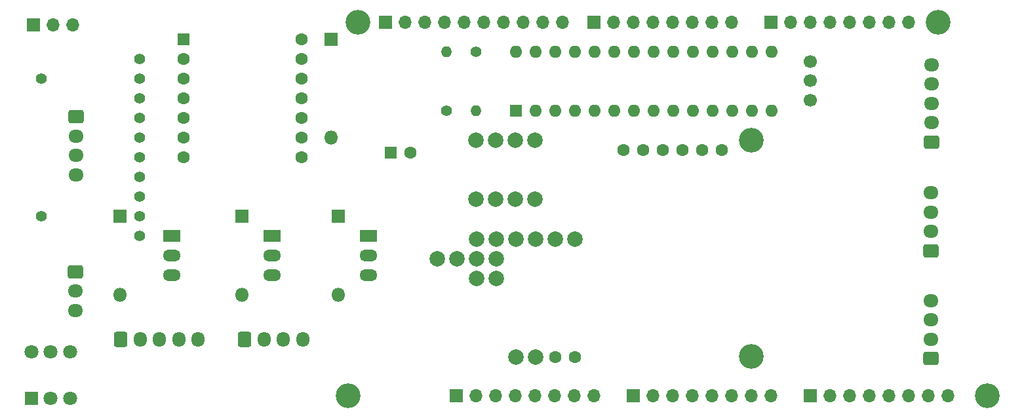
<source format=gbr>
%TF.GenerationSoftware,KiCad,Pcbnew,(6.0.9)*%
%TF.CreationDate,2023-06-09T23:35:08+09:00*%
%TF.ProjectId,PCB_Main,5043425f-4d61-4696-9e2e-6b696361645f,rev?*%
%TF.SameCoordinates,Original*%
%TF.FileFunction,Soldermask,Top*%
%TF.FilePolarity,Negative*%
%FSLAX46Y46*%
G04 Gerber Fmt 4.6, Leading zero omitted, Abs format (unit mm)*
G04 Created by KiCad (PCBNEW (6.0.9)) date 2023-06-09 23:35:08*
%MOMM*%
%LPD*%
G01*
G04 APERTURE LIST*
G04 Aperture macros list*
%AMRoundRect*
0 Rectangle with rounded corners*
0 $1 Rounding radius*
0 $2 $3 $4 $5 $6 $7 $8 $9 X,Y pos of 4 corners*
0 Add a 4 corners polygon primitive as box body*
4,1,4,$2,$3,$4,$5,$6,$7,$8,$9,$2,$3,0*
0 Add four circle primitives for the rounded corners*
1,1,$1+$1,$2,$3*
1,1,$1+$1,$4,$5*
1,1,$1+$1,$6,$7*
1,1,$1+$1,$8,$9*
0 Add four rect primitives between the rounded corners*
20,1,$1+$1,$2,$3,$4,$5,0*
20,1,$1+$1,$4,$5,$6,$7,0*
20,1,$1+$1,$6,$7,$8,$9,0*
20,1,$1+$1,$8,$9,$2,$3,0*%
G04 Aperture macros list end*
%ADD10R,1.600000X1.600000*%
%ADD11C,1.600000*%
%ADD12RoundRect,0.250000X0.725000X-0.600000X0.725000X0.600000X-0.725000X0.600000X-0.725000X-0.600000X0*%
%ADD13O,1.950000X1.700000*%
%ADD14R,1.800000X1.800000*%
%ADD15O,1.800000X1.800000*%
%ADD16C,3.200000*%
%ADD17O,1.600000X1.600000*%
%ADD18R,2.300000X1.500000*%
%ADD19O,2.300000X1.500000*%
%ADD20RoundRect,0.250000X-0.600000X-0.725000X0.600000X-0.725000X0.600000X0.725000X-0.600000X0.725000X0*%
%ADD21O,1.700000X1.950000*%
%ADD22C,1.400000*%
%ADD23O,1.400000X1.400000*%
%ADD24C,2.000000*%
%ADD25RoundRect,0.250000X-0.725000X0.600000X-0.725000X-0.600000X0.725000X-0.600000X0.725000X0.600000X0*%
%ADD26C,1.700000*%
%ADD27R,1.700000X1.700000*%
%ADD28O,1.700000X1.700000*%
%ADD29C,1.800000*%
G04 APERTURE END LIST*
D10*
%TO.C,U1*%
X92710000Y-51373000D03*
D11*
X92710000Y-53913000D03*
X92710000Y-56453000D03*
X92710000Y-58993000D03*
X92710000Y-61533000D03*
X92710000Y-64073000D03*
X92710000Y-66613000D03*
X107950000Y-66613000D03*
X107950000Y-64073000D03*
X107950000Y-61533000D03*
X107950000Y-58993000D03*
X107950000Y-56453000D03*
X107950000Y-53913000D03*
X107950000Y-51373000D03*
%TD*%
D12*
%TO.C,GPS-UART1*%
X189260000Y-64690000D03*
D13*
X189260000Y-62190000D03*
X189260000Y-59690000D03*
X189260000Y-57190000D03*
X189260000Y-54690000D03*
%TD*%
D14*
%TO.C,D4*%
X112661444Y-74295000D03*
D15*
X112661444Y-84455000D03*
%TD*%
D16*
%TO.C,MH6*%
X196520000Y-97460000D03*
%TD*%
D10*
%TO.C,ATP3012*%
X135570000Y-60620000D03*
D17*
X138110000Y-60620000D03*
X140650000Y-60620000D03*
X143190000Y-60620000D03*
X145730000Y-60620000D03*
X148270000Y-60620000D03*
X150810000Y-60620000D03*
X153350000Y-60620000D03*
X155890000Y-60620000D03*
X158430000Y-60620000D03*
X160970000Y-60620000D03*
X163510000Y-60620000D03*
X166050000Y-60620000D03*
X168590000Y-60620000D03*
X168590000Y-53000000D03*
X166050000Y-53000000D03*
X163510000Y-53000000D03*
X160970000Y-53000000D03*
X158430000Y-53000000D03*
X155890000Y-53000000D03*
X153350000Y-53000000D03*
X150810000Y-53000000D03*
X148270000Y-53000000D03*
X145730000Y-53000000D03*
X143190000Y-53000000D03*
X140650000Y-53000000D03*
X138110000Y-53000000D03*
X135570000Y-53000000D03*
%TD*%
D18*
%TO.C,M78AR05-2*%
X116598444Y-76835000D03*
D19*
X116598444Y-79375000D03*
X116598444Y-81915000D03*
%TD*%
D12*
%TO.C,LED2*%
X189230000Y-78740000D03*
D13*
X189230000Y-76240000D03*
X189230000Y-73740000D03*
X189230000Y-71240000D03*
%TD*%
D20*
%TO.C,ICS-UART1*%
X84582000Y-90170000D03*
D21*
X87082000Y-90170000D03*
X89582000Y-90170000D03*
X92082000Y-90170000D03*
X94582000Y-90170000D03*
%TD*%
D22*
%TO.C,R2*%
X126670000Y-60630000D03*
D23*
X126670000Y-53010000D03*
%TD*%
D20*
%TO.C,Under-UART1*%
X100584000Y-90170000D03*
D21*
X103084000Y-90170000D03*
X105584000Y-90170000D03*
X108084000Y-90170000D03*
%TD*%
D16*
%TO.C,MH1*%
X115240000Y-49200000D03*
%TD*%
D24*
%TO.C,ICS-board1*%
X143220000Y-77260000D03*
X140680000Y-77260000D03*
X138140000Y-77260000D03*
X135600000Y-77260000D03*
X135600000Y-92500000D03*
X138140000Y-92500000D03*
D11*
X140680000Y-92500000D03*
X143220000Y-92500000D03*
D24*
X133060000Y-77260000D03*
X133060000Y-79800000D03*
X133060000Y-82340000D03*
X130520000Y-77260000D03*
X130520000Y-79800000D03*
X130520000Y-82340000D03*
X127980000Y-79800000D03*
X125440000Y-79800000D03*
%TD*%
D25*
%TO.C,Air-UART1*%
X78761000Y-61401000D03*
D13*
X78761000Y-63901000D03*
X78761000Y-66401000D03*
X78761000Y-68901000D03*
%TD*%
D14*
%TO.C,D2*%
X100215444Y-74295000D03*
D15*
X100215444Y-84455000D03*
%TD*%
D22*
%TO.C,R1*%
X130480000Y-53010000D03*
D23*
X130480000Y-60630000D03*
%TD*%
D26*
%TO.C,Y1*%
X173660000Y-54280000D03*
X173660000Y-56780000D03*
X173660000Y-59280000D03*
%TD*%
D25*
%TO.C,Speaker1*%
X78740000Y-81447000D03*
D13*
X78740000Y-83947000D03*
X78740000Y-86447000D03*
%TD*%
D18*
%TO.C,M78AR05-3*%
X91198444Y-76835000D03*
D19*
X91198444Y-79375000D03*
X91198444Y-81915000D03*
%TD*%
D10*
%TO.C,C1*%
X119444888Y-66040000D03*
D11*
X121944888Y-66040000D03*
%TD*%
%TO.C,DPS310*%
X149530000Y-65710000D03*
X152070000Y-65710000D03*
X154610000Y-65710000D03*
X157150000Y-65710000D03*
X159690000Y-65710000D03*
X162230000Y-65710000D03*
%TD*%
D18*
%TO.C,M78AR05-1*%
X104152444Y-76835000D03*
D19*
X104152444Y-79375000D03*
X104152444Y-81915000D03*
%TD*%
D14*
%TO.C,D3*%
X84455000Y-74295000D03*
D15*
X84455000Y-84455000D03*
%TD*%
D16*
%TO.C,MH2*%
X113970000Y-97460000D03*
%TD*%
D24*
%TO.C,AE-BNO55*%
X138100000Y-64440000D03*
X135560000Y-64440000D03*
X133020000Y-64440000D03*
X130480000Y-64440000D03*
X130480000Y-72060000D03*
X133020000Y-72060000D03*
X135560000Y-72060000D03*
X138100000Y-72060000D03*
%TD*%
D16*
%TO.C,MH3*%
X166040000Y-64440000D03*
%TD*%
%TO.C,MH4*%
X166040000Y-92380000D03*
%TD*%
D14*
%TO.C,D1*%
X111760000Y-51435000D03*
D15*
X111760000Y-64135000D03*
%TD*%
D16*
%TO.C,MH5*%
X190170000Y-49200000D03*
%TD*%
D12*
%TO.C,LED1*%
X189230000Y-92650000D03*
D13*
X189230000Y-90150000D03*
X189230000Y-87650000D03*
X189230000Y-85150000D03*
%TD*%
D27*
%TO.C,J1*%
X127940000Y-97460000D03*
D28*
X130480000Y-97460000D03*
X133020000Y-97460000D03*
X135560000Y-97460000D03*
X138100000Y-97460000D03*
X140640000Y-97460000D03*
X143180000Y-97460000D03*
X145720000Y-97460000D03*
%TD*%
D27*
%TO.C,J3*%
X150800000Y-97460000D03*
D28*
X153340000Y-97460000D03*
X155880000Y-97460000D03*
X158420000Y-97460000D03*
X160960000Y-97460000D03*
X163500000Y-97460000D03*
X166040000Y-97460000D03*
X168580000Y-97460000D03*
%TD*%
D27*
%TO.C,J5*%
X173660000Y-97460000D03*
D28*
X176200000Y-97460000D03*
X178740000Y-97460000D03*
X181280000Y-97460000D03*
X183820000Y-97460000D03*
X186360000Y-97460000D03*
X188900000Y-97460000D03*
X191440000Y-97460000D03*
%TD*%
D27*
%TO.C,J2*%
X118796000Y-49200000D03*
D28*
X121336000Y-49200000D03*
X123876000Y-49200000D03*
X126416000Y-49200000D03*
X128956000Y-49200000D03*
X131496000Y-49200000D03*
X134036000Y-49200000D03*
X136576000Y-49200000D03*
X139116000Y-49200000D03*
X141656000Y-49200000D03*
%TD*%
D27*
%TO.C,J4*%
X145720000Y-49200000D03*
D28*
X148260000Y-49200000D03*
X150800000Y-49200000D03*
X153340000Y-49200000D03*
X155880000Y-49200000D03*
X158420000Y-49200000D03*
X160960000Y-49200000D03*
X163500000Y-49200000D03*
%TD*%
D27*
%TO.C,J6*%
X168580000Y-49200000D03*
D28*
X171120000Y-49200000D03*
X173660000Y-49200000D03*
X176200000Y-49200000D03*
X178740000Y-49200000D03*
X181280000Y-49200000D03*
X183820000Y-49200000D03*
X186360000Y-49200000D03*
%TD*%
D27*
%TO.C,ICS-SW1*%
X73294000Y-49530000D03*
D28*
X75834000Y-49530000D03*
X78374000Y-49530000D03*
%TD*%
D22*
%TO.C,AE-MICRO-SD-DIP1*%
X86995000Y-53975000D03*
X86995000Y-56515000D03*
X86995000Y-59055000D03*
X86995000Y-61595000D03*
X86995000Y-64135000D03*
X86995000Y-66675000D03*
X86995000Y-69215000D03*
X86995000Y-71755000D03*
X86995000Y-74295000D03*
X86995000Y-76835000D03*
X74295000Y-74295000D03*
X74295000Y-56515000D03*
%TD*%
D14*
%TO.C,Serial-SW1*%
X73025000Y-97790000D03*
D29*
X75525000Y-97790000D03*
X78025000Y-97790000D03*
X73025000Y-91790000D03*
X75525000Y-91790000D03*
X78025000Y-91790000D03*
%TD*%
M02*

</source>
